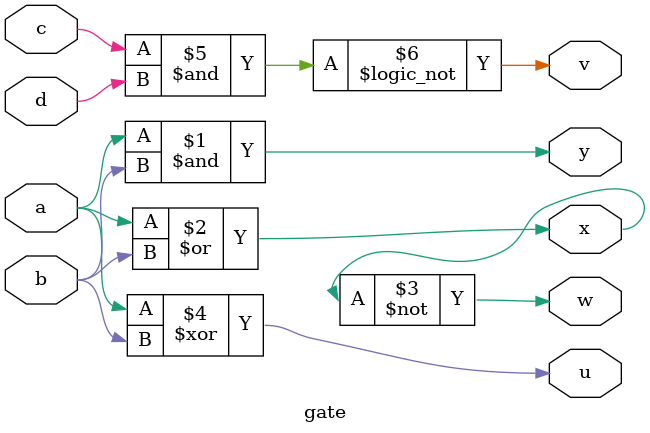
<source format=sv>
module gate (
    a,
    c,
    b,
    d,
    x,
    y,
    w,
    u,
    v
);
  input a, b, c, d;
  output x, y, w, u, v;
  assign y = (a & b);
  assign x = (a | b);
  assign w = ~(x);
  assign u = a ^ b;
  assign v = !(c & d);
  initial begin
    if (a == b)
      begin
      $display("i dont want this to be formatted");
       end
       else
         begin
      $display("observe the disable formatting");
    end
  end

endmodule




</source>
